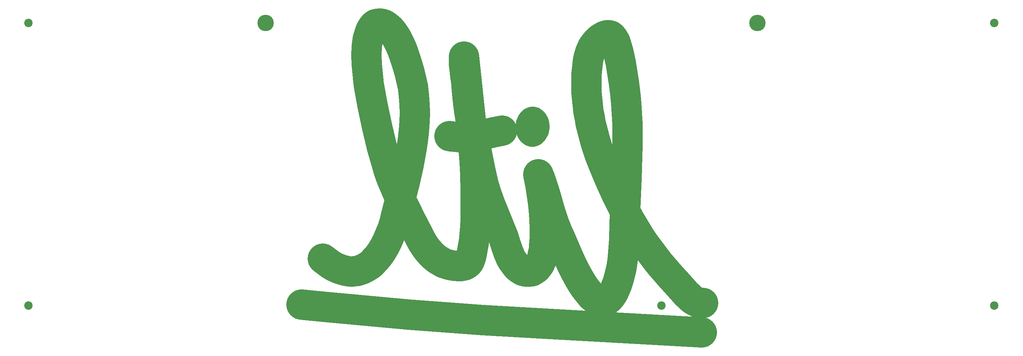
<source format=gbs>
%TF.GenerationSoftware,KiCad,Pcbnew,(6.0.0-0)*%
%TF.CreationDate,2022-04-10T20:25:54+02:00*%
%TF.ProjectId,litl_base,6c69746c-5f62-4617-9365-2e6b69636164,rev?*%
%TF.SameCoordinates,Original*%
%TF.FileFunction,Soldermask,Bot*%
%TF.FilePolarity,Negative*%
%FSLAX46Y46*%
G04 Gerber Fmt 4.6, Leading zero omitted, Abs format (unit mm)*
G04 Created by KiCad (PCBNEW (6.0.0-0)) date 2022-04-10 20:25:54*
%MOMM*%
%LPD*%
G01*
G04 APERTURE LIST*
%ADD10C,7.937499*%
%ADD11C,3.439614*%
%ADD12C,2.200000*%
%ADD13C,4.300000*%
G04 APERTURE END LIST*
D10*
X102351661Y-138910054D02*
X95398055Y-138203269D01*
X109677116Y-139587173D02*
X102351661Y-138910054D01*
X123522200Y-140779777D02*
X109677116Y-139587173D01*
X123522200Y-140779777D02*
X123522200Y-140779777D01*
X142875227Y-142226076D02*
X123522200Y-140779777D01*
X162203324Y-143386153D02*
X142875227Y-142226076D01*
X200282591Y-145470039D02*
X162203324Y-143386153D01*
X134360447Y-94119343D02*
X134141249Y-94080024D01*
X134585776Y-94153883D02*
X134360447Y-94119343D01*
X135050848Y-94209972D02*
X134585776Y-94153883D01*
X135528507Y-94250986D02*
X135050848Y-94209972D01*
X136010799Y-94279619D02*
X135528507Y-94250986D01*
X136489767Y-94298566D02*
X136010799Y-94279619D01*
X136957454Y-94310521D02*
X136489767Y-94298566D01*
X137827162Y-94324233D02*
X136957454Y-94310521D01*
X137827162Y-94324233D02*
X137827162Y-94324233D01*
X138461662Y-94320434D02*
X137827162Y-94324233D01*
X139097331Y-94291212D02*
X138461662Y-94320434D01*
X139733853Y-94239148D02*
X139097331Y-94291212D01*
X140370908Y-94166823D02*
X139733853Y-94239148D01*
X141008179Y-94076818D02*
X140370908Y-94166823D01*
X141645348Y-93971716D02*
X141008179Y-94076818D01*
X142918105Y-93726540D02*
X141645348Y-93971716D01*
X145448387Y-93168584D02*
X142918105Y-93726540D01*
X146700821Y-92897104D02*
X145448387Y-93168584D01*
X147941390Y-92658157D02*
X146700821Y-92897104D01*
D11*
X155766631Y-95098998D02*
X155627192Y-95089554D01*
X155627192Y-95089554D02*
X155489901Y-95071184D01*
X155489901Y-95071184D02*
X155354918Y-95044113D01*
X155354918Y-95044113D02*
X155222408Y-95008569D01*
X155222408Y-95008569D02*
X155092533Y-94964779D01*
X155092533Y-94964779D02*
X154965456Y-94912968D01*
X154965456Y-94912968D02*
X154841339Y-94853363D01*
X154841339Y-94853363D02*
X154720345Y-94786191D01*
X154720345Y-94786191D02*
X154602637Y-94711679D01*
X154602637Y-94711679D02*
X154488377Y-94630052D01*
X154488377Y-94630052D02*
X154377729Y-94541539D01*
X154377729Y-94541539D02*
X154270855Y-94446364D01*
X154270855Y-94446364D02*
X154167917Y-94344755D01*
X154167917Y-94344755D02*
X154069079Y-94236938D01*
X154069079Y-94236938D02*
X153974503Y-94123140D01*
X153974503Y-94123140D02*
X153884352Y-94003587D01*
X153884352Y-94003587D02*
X153798789Y-93878506D01*
X153798789Y-93878506D02*
X153717976Y-93748124D01*
X153717976Y-93748124D02*
X153642076Y-93612667D01*
X153642076Y-93612667D02*
X153571253Y-93472361D01*
X153571253Y-93472361D02*
X153505667Y-93327434D01*
X153505667Y-93327434D02*
X153445483Y-93178111D01*
X153445483Y-93178111D02*
X153390863Y-93024619D01*
X153390863Y-93024619D02*
X153341970Y-92867186D01*
X153341970Y-92867186D02*
X153298966Y-92706037D01*
X153298966Y-92706037D02*
X153262014Y-92541399D01*
X153262014Y-92541399D02*
X153231277Y-92373498D01*
X153231277Y-92373498D02*
X153206918Y-92202561D01*
X153206918Y-92202561D02*
X153189099Y-92028816D01*
X153189099Y-92028816D02*
X153177984Y-91852487D01*
X153177984Y-91852487D02*
X153173734Y-91673802D01*
X153173734Y-91673802D02*
X153176512Y-91492988D01*
X153176512Y-91492988D02*
X153186352Y-91312420D01*
X153186352Y-91312420D02*
X153203055Y-91134467D01*
X153203055Y-91134467D02*
X153256337Y-90787263D01*
X153256337Y-90787263D02*
X153334933Y-90453094D01*
X153334933Y-90453094D02*
X153437419Y-90133676D01*
X153437419Y-90133676D02*
X153562370Y-89830728D01*
X153562370Y-89830728D02*
X153708359Y-89545967D01*
X153708359Y-89545967D02*
X153873963Y-89281110D01*
X153873963Y-89281110D02*
X154057755Y-89037873D01*
X154057755Y-89037873D02*
X154156027Y-88924900D01*
X154156027Y-88924900D02*
X154258311Y-88817976D01*
X154258311Y-88817976D02*
X154364430Y-88717316D01*
X154364430Y-88717316D02*
X154474205Y-88623134D01*
X154474205Y-88623134D02*
X154587459Y-88535646D01*
X154587459Y-88535646D02*
X154704013Y-88455066D01*
X154704013Y-88455066D02*
X154823689Y-88381609D01*
X154823689Y-88381609D02*
X154946309Y-88315489D01*
X154946309Y-88315489D02*
X155071695Y-88256920D01*
X155071695Y-88256920D02*
X155199668Y-88206119D01*
X155199668Y-88206119D02*
X155330050Y-88163299D01*
X155330050Y-88163299D02*
X155462664Y-88128674D01*
X155462664Y-88128674D02*
X155597331Y-88102461D01*
X155597331Y-88102461D02*
X155733873Y-88084872D01*
X155733873Y-88084872D02*
X155872112Y-88076124D01*
X155872112Y-88076124D02*
X156011870Y-88076431D01*
X156011870Y-88076431D02*
X156151307Y-88085875D01*
X156151307Y-88085875D02*
X156288598Y-88104245D01*
X156288598Y-88104245D02*
X156423579Y-88131316D01*
X156423579Y-88131316D02*
X156556089Y-88166860D01*
X156556089Y-88166860D02*
X156685963Y-88210651D01*
X156685963Y-88210651D02*
X156813041Y-88262462D01*
X156813041Y-88262462D02*
X156937158Y-88322067D01*
X156937158Y-88322067D02*
X157058152Y-88389239D01*
X157058152Y-88389239D02*
X157175860Y-88463752D01*
X157175860Y-88463752D02*
X157290120Y-88545378D01*
X157290120Y-88545378D02*
X157400768Y-88633892D01*
X157400768Y-88633892D02*
X157507643Y-88729068D01*
X157507643Y-88729068D02*
X157610581Y-88830677D01*
X157610581Y-88830677D02*
X157709419Y-88938494D01*
X157709419Y-88938494D02*
X157803995Y-89052293D01*
X157803995Y-89052293D02*
X157894147Y-89171846D01*
X157894147Y-89171846D02*
X157979710Y-89296927D01*
X157979710Y-89296927D02*
X158060523Y-89427309D01*
X158060523Y-89427309D02*
X158136423Y-89562767D01*
X158136423Y-89562767D02*
X158207247Y-89703073D01*
X158207247Y-89703073D02*
X158272833Y-89848001D01*
X158272833Y-89848001D02*
X158333016Y-89997324D01*
X158333016Y-89997324D02*
X158387636Y-90150816D01*
X158387636Y-90150816D02*
X158436529Y-90308249D01*
X158436529Y-90308249D02*
X158479532Y-90469399D01*
X158479532Y-90469399D02*
X158516483Y-90634037D01*
X158516483Y-90634037D02*
X158547219Y-90801938D01*
X158547219Y-90801938D02*
X158571576Y-90972875D01*
X158571576Y-90972875D02*
X158589393Y-91146621D01*
X158589393Y-91146621D02*
X158600507Y-91322949D01*
X158600507Y-91322949D02*
X158604755Y-91501634D01*
X158604755Y-91501634D02*
X158601973Y-91682449D01*
X158601973Y-91682449D02*
X158592135Y-91863017D01*
X158592135Y-91863017D02*
X158575434Y-92040970D01*
X158575434Y-92040970D02*
X158522153Y-92388173D01*
X158522153Y-92388173D02*
X158443558Y-92722342D01*
X158443558Y-92722342D02*
X158341073Y-93041759D01*
X158341073Y-93041759D02*
X158216123Y-93344706D01*
X158216123Y-93344706D02*
X158070134Y-93629467D01*
X158070134Y-93629467D02*
X157904530Y-93894324D01*
X157904530Y-93894324D02*
X157720738Y-94137559D01*
X157720738Y-94137559D02*
X157622466Y-94250532D01*
X157622466Y-94250532D02*
X157520182Y-94357456D01*
X157520182Y-94357456D02*
X157414063Y-94458116D01*
X157414063Y-94458116D02*
X157304288Y-94552297D01*
X157304288Y-94552297D02*
X157191034Y-94639785D01*
X157191034Y-94639785D02*
X157074480Y-94720364D01*
X157074480Y-94720364D02*
X156954805Y-94793822D01*
X156954805Y-94793822D02*
X156832185Y-94859941D01*
X156832185Y-94859941D02*
X156706800Y-94918509D01*
X156706800Y-94918509D02*
X156578827Y-94969311D01*
X156578827Y-94969311D02*
X156448445Y-95012131D01*
X156448445Y-95012131D02*
X156315832Y-95046755D01*
X156315832Y-95046755D02*
X156181166Y-95072968D01*
X156181166Y-95072968D02*
X156044625Y-95090556D01*
X156044625Y-95090556D02*
X155906387Y-95099305D01*
X155906387Y-95099305D02*
X155766631Y-95098998D01*
X155766631Y-95098998D02*
X155766631Y-95098998D01*
G36*
X156011870Y-88076431D02*
G01*
X156151307Y-88085875D01*
X156288598Y-88104245D01*
X156423579Y-88131316D01*
X156556089Y-88166860D01*
X156685963Y-88210651D01*
X156813041Y-88262462D01*
X156937158Y-88322067D01*
X157058152Y-88389239D01*
X157175860Y-88463752D01*
X157290120Y-88545378D01*
X157400768Y-88633892D01*
X157507643Y-88729068D01*
X157610581Y-88830677D01*
X157709419Y-88938494D01*
X157803995Y-89052293D01*
X157894147Y-89171846D01*
X157979710Y-89296927D01*
X158060523Y-89427309D01*
X158136423Y-89562767D01*
X158207247Y-89703073D01*
X158272833Y-89848001D01*
X158333016Y-89997324D01*
X158387636Y-90150816D01*
X158436529Y-90308249D01*
X158479532Y-90469399D01*
X158516483Y-90634037D01*
X158547219Y-90801938D01*
X158571576Y-90972875D01*
X158589393Y-91146621D01*
X158600507Y-91322949D01*
X158604755Y-91501634D01*
X158601973Y-91682449D01*
X158592135Y-91863017D01*
X158575434Y-92040970D01*
X158522153Y-92388173D01*
X158443558Y-92722342D01*
X158341073Y-93041759D01*
X158216123Y-93344706D01*
X158070134Y-93629467D01*
X157904530Y-93894324D01*
X157720738Y-94137559D01*
X157622466Y-94250532D01*
X157520182Y-94357456D01*
X157414063Y-94458116D01*
X157304288Y-94552297D01*
X157191034Y-94639785D01*
X157074480Y-94720364D01*
X156954805Y-94793822D01*
X156832185Y-94859941D01*
X156706800Y-94918509D01*
X156578827Y-94969311D01*
X156448445Y-95012131D01*
X156315832Y-95046755D01*
X156181166Y-95072968D01*
X156044625Y-95090556D01*
X155906387Y-95099305D01*
X155766631Y-95098998D01*
X155627192Y-95089554D01*
X155489901Y-95071184D01*
X155354918Y-95044113D01*
X155222408Y-95008569D01*
X155092533Y-94964779D01*
X154965456Y-94912968D01*
X154841339Y-94853363D01*
X154720345Y-94786191D01*
X154602637Y-94711679D01*
X154488377Y-94630052D01*
X154377729Y-94541539D01*
X154270855Y-94446364D01*
X154167917Y-94344755D01*
X154069079Y-94236938D01*
X153974503Y-94123140D01*
X153884352Y-94003587D01*
X153798789Y-93878506D01*
X153717976Y-93748124D01*
X153642076Y-93612667D01*
X153571253Y-93472361D01*
X153505667Y-93327434D01*
X153445483Y-93178111D01*
X153390863Y-93024619D01*
X153341970Y-92867186D01*
X153298966Y-92706037D01*
X153262014Y-92541399D01*
X153231277Y-92373498D01*
X153206918Y-92202561D01*
X153189099Y-92028816D01*
X153177984Y-91852487D01*
X153173734Y-91673802D01*
X153176512Y-91492988D01*
X153186352Y-91312420D01*
X153203055Y-91134467D01*
X153256337Y-90787263D01*
X153334933Y-90453094D01*
X153437419Y-90133676D01*
X153562370Y-89830728D01*
X153708359Y-89545967D01*
X153873963Y-89281110D01*
X154057755Y-89037873D01*
X154156027Y-88924900D01*
X154258311Y-88817976D01*
X154364430Y-88717316D01*
X154474205Y-88623134D01*
X154587459Y-88535646D01*
X154704013Y-88455066D01*
X154823689Y-88381609D01*
X154946309Y-88315489D01*
X155071695Y-88256920D01*
X155199668Y-88206119D01*
X155330050Y-88163299D01*
X155462664Y-88128674D01*
X155597331Y-88102461D01*
X155733873Y-88084872D01*
X155872112Y-88076124D01*
X156011870Y-88076431D01*
G37*
X156011870Y-88076431D02*
X156151307Y-88085875D01*
X156288598Y-88104245D01*
X156423579Y-88131316D01*
X156556089Y-88166860D01*
X156685963Y-88210651D01*
X156813041Y-88262462D01*
X156937158Y-88322067D01*
X157058152Y-88389239D01*
X157175860Y-88463752D01*
X157290120Y-88545378D01*
X157400768Y-88633892D01*
X157507643Y-88729068D01*
X157610581Y-88830677D01*
X157709419Y-88938494D01*
X157803995Y-89052293D01*
X157894147Y-89171846D01*
X157979710Y-89296927D01*
X158060523Y-89427309D01*
X158136423Y-89562767D01*
X158207247Y-89703073D01*
X158272833Y-89848001D01*
X158333016Y-89997324D01*
X158387636Y-90150816D01*
X158436529Y-90308249D01*
X158479532Y-90469399D01*
X158516483Y-90634037D01*
X158547219Y-90801938D01*
X158571576Y-90972875D01*
X158589393Y-91146621D01*
X158600507Y-91322949D01*
X158604755Y-91501634D01*
X158601973Y-91682449D01*
X158592135Y-91863017D01*
X158575434Y-92040970D01*
X158522153Y-92388173D01*
X158443558Y-92722342D01*
X158341073Y-93041759D01*
X158216123Y-93344706D01*
X158070134Y-93629467D01*
X157904530Y-93894324D01*
X157720738Y-94137559D01*
X157622466Y-94250532D01*
X157520182Y-94357456D01*
X157414063Y-94458116D01*
X157304288Y-94552297D01*
X157191034Y-94639785D01*
X157074480Y-94720364D01*
X156954805Y-94793822D01*
X156832185Y-94859941D01*
X156706800Y-94918509D01*
X156578827Y-94969311D01*
X156448445Y-95012131D01*
X156315832Y-95046755D01*
X156181166Y-95072968D01*
X156044625Y-95090556D01*
X155906387Y-95099305D01*
X155766631Y-95098998D01*
X155627192Y-95089554D01*
X155489901Y-95071184D01*
X155354918Y-95044113D01*
X155222408Y-95008569D01*
X155092533Y-94964779D01*
X154965456Y-94912968D01*
X154841339Y-94853363D01*
X154720345Y-94786191D01*
X154602637Y-94711679D01*
X154488377Y-94630052D01*
X154377729Y-94541539D01*
X154270855Y-94446364D01*
X154167917Y-94344755D01*
X154069079Y-94236938D01*
X153974503Y-94123140D01*
X153884352Y-94003587D01*
X153798789Y-93878506D01*
X153717976Y-93748124D01*
X153642076Y-93612667D01*
X153571253Y-93472361D01*
X153505667Y-93327434D01*
X153445483Y-93178111D01*
X153390863Y-93024619D01*
X153341970Y-92867186D01*
X153298966Y-92706037D01*
X153262014Y-92541399D01*
X153231277Y-92373498D01*
X153206918Y-92202561D01*
X153189099Y-92028816D01*
X153177984Y-91852487D01*
X153173734Y-91673802D01*
X153176512Y-91492988D01*
X153186352Y-91312420D01*
X153203055Y-91134467D01*
X153256337Y-90787263D01*
X153334933Y-90453094D01*
X153437419Y-90133676D01*
X153562370Y-89830728D01*
X153708359Y-89545967D01*
X153873963Y-89281110D01*
X154057755Y-89037873D01*
X154156027Y-88924900D01*
X154258311Y-88817976D01*
X154364430Y-88717316D01*
X154474205Y-88623134D01*
X154587459Y-88535646D01*
X154704013Y-88455066D01*
X154823689Y-88381609D01*
X154946309Y-88315489D01*
X155071695Y-88256920D01*
X155199668Y-88206119D01*
X155330050Y-88163299D01*
X155462664Y-88128674D01*
X155597331Y-88102461D01*
X155733873Y-88084872D01*
X155872112Y-88076124D01*
X156011870Y-88076431D01*
D10*
X102020579Y-126965079D02*
X100976805Y-126133773D01*
X103033059Y-127670363D02*
X102020579Y-126965079D01*
X104014505Y-128254658D02*
X103033059Y-127670363D01*
X104965177Y-128722999D02*
X104014505Y-128254658D01*
X105885334Y-129080421D02*
X104965177Y-128722999D01*
X106775235Y-129331958D02*
X105885334Y-129080421D01*
X107635141Y-129482644D02*
X106775235Y-129331958D01*
X108465310Y-129537514D02*
X107635141Y-129482644D01*
X109266002Y-129501603D02*
X108465310Y-129537514D01*
X110037477Y-129379944D02*
X109266002Y-129501603D01*
X110779995Y-129177572D02*
X110037477Y-129379944D01*
X111493814Y-128899522D02*
X110779995Y-129177572D01*
X112179194Y-128550827D02*
X111493814Y-128899522D01*
X112836395Y-128136524D02*
X112179194Y-128550827D01*
X113465676Y-127661645D02*
X112836395Y-128136524D01*
X114067298Y-127131225D02*
X113465676Y-127661645D01*
X114641518Y-126550299D02*
X114067298Y-127131225D01*
X115188598Y-125923901D02*
X114641518Y-126550299D01*
X115708795Y-125257066D02*
X115188598Y-125923901D01*
X116202371Y-124554828D02*
X115708795Y-125257066D01*
X117110695Y-123064280D02*
X116202371Y-124554828D01*
X117915644Y-121492534D02*
X117110695Y-123064280D01*
X118619296Y-119879865D02*
X117915644Y-121492534D01*
X119223726Y-118266548D02*
X118619296Y-119879865D01*
X119731010Y-116692859D02*
X119223726Y-118266548D01*
X120143225Y-115199073D02*
X119731010Y-116692859D01*
X120143225Y-115199073D02*
X120143225Y-115199073D01*
X122368417Y-106399438D02*
X120143225Y-115199073D01*
X123395273Y-101848793D02*
X122368417Y-106399438D01*
X123848431Y-99551659D02*
X123395273Y-101848793D01*
X124246614Y-97246040D02*
X123848431Y-99551659D01*
X124578727Y-94936476D02*
X124246614Y-97246040D01*
X124833674Y-92627510D02*
X124578727Y-94936476D01*
X125000358Y-90323684D02*
X124833674Y-92627510D01*
X125067685Y-88029538D02*
X125000358Y-90323684D01*
X125024558Y-85749615D02*
X125067685Y-88029538D01*
X124859881Y-83488456D02*
X125024558Y-85749615D01*
X124562560Y-81250602D02*
X124859881Y-83488456D01*
X124121497Y-79040595D02*
X124562560Y-81250602D01*
X124121497Y-79040595D02*
X124121497Y-79040595D01*
X123674927Y-77268434D02*
X124121497Y-79040595D01*
X123006922Y-74960716D02*
X123674927Y-77268434D01*
X122592113Y-73689483D02*
X123006922Y-74960716D01*
X122124623Y-72384513D02*
X122592113Y-73689483D01*
X121605344Y-71079189D02*
X122124623Y-72384513D01*
X121035170Y-69806897D02*
X121605344Y-71079189D01*
X120414993Y-68601019D02*
X121035170Y-69806897D01*
X120086432Y-68033418D02*
X120414993Y-68601019D01*
X119745705Y-67494940D02*
X120086432Y-68033418D01*
X119392923Y-66989757D02*
X119745705Y-67494940D01*
X119028199Y-66522043D02*
X119392923Y-66989757D01*
X118651643Y-66095971D02*
X119028199Y-66522043D01*
X118263368Y-65715713D02*
X118651643Y-66095971D01*
X117863484Y-65385443D02*
X118263368Y-65715713D01*
X117452104Y-65109333D02*
X117863484Y-65385443D01*
X117029338Y-64891557D02*
X117452104Y-65109333D01*
X116595299Y-64736288D02*
X117029338Y-64891557D01*
X116150099Y-64647699D02*
X116595299Y-64736288D01*
X115693848Y-64629962D02*
X116150099Y-64647699D01*
X115226658Y-64687250D02*
X115693848Y-64629962D01*
X114748641Y-64823737D02*
X115226658Y-64687250D01*
X114748641Y-64823737D02*
X114748641Y-64823737D01*
X114279821Y-65254575D02*
X114748641Y-64823737D01*
X113869577Y-65781665D02*
X114279821Y-65254575D01*
X113515694Y-66400024D02*
X113869577Y-65781665D01*
X113215954Y-67104667D02*
X113515694Y-66400024D01*
X112968141Y-67890611D02*
X113215954Y-67104667D01*
X112770038Y-68752871D02*
X112968141Y-67890611D01*
X112514097Y-70686402D02*
X112770038Y-68752871D01*
X112430398Y-72865386D02*
X112514097Y-70686402D01*
X112501209Y-75249950D02*
X112430398Y-72865386D01*
X112708797Y-77800219D02*
X112501209Y-75249950D01*
X113035430Y-80476319D02*
X112708797Y-77800219D01*
X113463374Y-83238377D02*
X113035430Y-80476319D01*
X113974897Y-86046519D02*
X113463374Y-83238377D01*
X115177749Y-91641558D02*
X113974897Y-86046519D01*
X116502126Y-96942445D02*
X115177749Y-91641558D01*
X117806166Y-101630187D02*
X116502126Y-96942445D01*
X117806166Y-101630187D02*
X117806166Y-101630187D01*
X118182285Y-102854829D02*
X117806166Y-101630187D01*
X118590523Y-104066608D02*
X118182285Y-102854829D01*
X119028216Y-105266518D02*
X118590523Y-104066608D01*
X119492701Y-106455548D02*
X119028216Y-105266518D01*
X120491395Y-108804936D02*
X119492701Y-106455548D01*
X121565296Y-111122706D02*
X120491395Y-108804936D01*
X122693098Y-113416787D02*
X121565296Y-111122706D01*
X123853493Y-115695111D02*
X122693098Y-113416787D01*
X126186835Y-120236213D02*
X123853493Y-115695111D01*
X126186835Y-120236213D02*
X126186835Y-120236213D01*
X126662014Y-121136267D02*
X126186835Y-120236213D01*
X127153380Y-121987062D02*
X126662014Y-121136267D01*
X127662687Y-122787509D02*
X127153380Y-121987062D01*
X128191685Y-123536519D02*
X127662687Y-122787509D01*
X128742127Y-124233004D02*
X128191685Y-123536519D01*
X129315764Y-124875875D02*
X128742127Y-124233004D01*
X129914348Y-125464043D02*
X129315764Y-124875875D01*
X130539631Y-125996419D02*
X129914348Y-125464043D01*
X131193366Y-126471916D02*
X130539631Y-125996419D01*
X131531450Y-126687994D02*
X131193366Y-126471916D01*
X131877303Y-126889443D02*
X131531450Y-126687994D01*
X132231145Y-127076128D02*
X131877303Y-126889443D01*
X132593195Y-127247913D02*
X132231145Y-127076128D01*
X132963671Y-127404661D02*
X132593195Y-127247913D01*
X133342793Y-127546237D02*
X132963671Y-127404661D01*
X133730779Y-127672503D02*
X133342793Y-127546237D01*
X134127849Y-127783325D02*
X133730779Y-127672503D01*
X134534221Y-127878566D02*
X134127849Y-127783325D01*
X134950115Y-127958090D02*
X134534221Y-127878566D01*
X135375750Y-128021761D02*
X134950115Y-127958090D01*
X135811344Y-128069443D02*
X135375750Y-128021761D01*
X136257116Y-128100999D02*
X135811344Y-128069443D01*
X136713286Y-128116294D02*
X136257116Y-128100999D01*
X136713286Y-128116294D02*
X136713286Y-128116294D01*
X136974275Y-128114227D02*
X136713286Y-128116294D01*
X137220374Y-128099933D02*
X136974275Y-128114227D01*
X137452109Y-128073698D02*
X137220374Y-128099933D01*
X137670008Y-128035811D02*
X137452109Y-128073698D01*
X137874598Y-127986556D02*
X137670008Y-128035811D01*
X138066407Y-127926222D02*
X137874598Y-127986556D01*
X138245961Y-127855095D02*
X138066407Y-127926222D01*
X138413787Y-127773463D02*
X138245961Y-127855095D01*
X138570414Y-127681611D02*
X138413787Y-127773463D01*
X138716368Y-127579826D02*
X138570414Y-127681611D01*
X138852176Y-127468397D02*
X138716368Y-127579826D01*
X138978365Y-127347608D02*
X138852176Y-127468397D01*
X139095464Y-127217748D02*
X138978365Y-127347608D01*
X139203998Y-127079104D02*
X139095464Y-127217748D01*
X139304495Y-126931961D02*
X139203998Y-127079104D01*
X139397483Y-126776607D02*
X139304495Y-126931961D01*
X139563037Y-126442413D02*
X139397483Y-126776607D01*
X139704880Y-126078816D02*
X139563037Y-126442413D01*
X139827227Y-125688112D02*
X139704880Y-126078816D01*
X139934297Y-125272595D02*
X139827227Y-125688112D01*
X140030308Y-124834560D02*
X139934297Y-125272595D01*
X140119476Y-124376301D02*
X140030308Y-124834560D01*
X140294158Y-123408294D02*
X140119476Y-124376301D01*
X140294158Y-123408294D02*
X140294158Y-123408294D01*
X140445946Y-122502769D02*
X140294158Y-123408294D01*
X140576745Y-121586816D02*
X140445946Y-122502769D01*
X140781215Y-119728993D02*
X140576745Y-121586816D01*
X140919245Y-117845558D02*
X140781215Y-119728993D01*
X141002513Y-115947247D02*
X140919245Y-117845558D01*
X141042694Y-114044793D02*
X141002513Y-115947247D01*
X141051468Y-112148931D02*
X141042694Y-114044793D01*
X141021498Y-108419921D02*
X141051468Y-112148931D01*
X141021498Y-108419921D02*
X141021498Y-108419921D01*
X140900955Y-104010908D02*
X141021498Y-108419921D01*
X140649837Y-99610494D02*
X140900955Y-104010908D01*
X140296394Y-95216783D02*
X140649837Y-99610494D01*
X139868874Y-90827880D02*
X140296394Y-95216783D01*
X137983016Y-73282462D02*
X139868874Y-90827880D01*
X137983016Y-73282462D02*
X137983016Y-73282462D01*
X137964804Y-73813671D02*
X137983016Y-73282462D01*
X137964957Y-74352859D02*
X137964804Y-73813671D01*
X137981421Y-74898927D02*
X137964957Y-74352859D01*
X138012139Y-75450776D02*
X137981421Y-74898927D01*
X138108118Y-76567420D02*
X138012139Y-75450776D01*
X138236452Y-77693998D02*
X138108118Y-76567420D01*
X138524415Y-79941782D02*
X138236452Y-77693998D01*
X138651160Y-81045403D02*
X138524415Y-79941782D01*
X138744490Y-82123786D02*
X138651160Y-81045403D01*
X138744490Y-82123786D02*
X138744490Y-82123786D01*
X138977087Y-84747073D02*
X138744490Y-82123786D01*
X139311053Y-87389455D02*
X138977087Y-84747073D01*
X139725424Y-90043143D02*
X139311053Y-87389455D01*
X140199233Y-92700342D02*
X139725424Y-90043143D01*
X142269530Y-103208434D02*
X140199233Y-92700342D01*
X142269530Y-103208434D02*
X142269530Y-103208434D01*
X142503718Y-104362539D02*
X142269530Y-103208434D01*
X142768168Y-105495881D02*
X142503718Y-104362539D01*
X143060403Y-106610822D02*
X142768168Y-105495881D01*
X143377948Y-107709724D02*
X143060403Y-106610822D01*
X143718330Y-108794947D02*
X143377948Y-107709724D01*
X144079072Y-109868854D02*
X143718330Y-108794947D01*
X144851737Y-111992164D02*
X144079072Y-109868854D01*
X148261809Y-120505035D02*
X144851737Y-111992164D01*
X148261809Y-120505035D02*
X148261809Y-120505035D01*
X148961459Y-122677285D02*
X148261809Y-120505035D01*
X149214350Y-123419830D02*
X148961459Y-122677285D01*
X149504051Y-124200796D02*
X149214350Y-123419830D01*
X149833371Y-124999495D02*
X149504051Y-124200796D01*
X150205119Y-125795242D02*
X149833371Y-124999495D01*
X150622104Y-126567349D02*
X150205119Y-125795242D01*
X150848439Y-126938074D02*
X150622104Y-126567349D01*
X151087136Y-127295132D02*
X150848439Y-126938074D01*
X151338548Y-127635937D02*
X151087136Y-127295132D01*
X151603024Y-127957903D02*
X151338548Y-127635937D01*
X151880917Y-128258445D02*
X151603024Y-127957903D01*
X152172577Y-128534976D02*
X151880917Y-128258445D01*
X152478356Y-128784912D02*
X152172577Y-128534976D01*
X152798604Y-129005665D02*
X152478356Y-128784912D01*
X153133674Y-129194651D02*
X152798604Y-129005665D01*
X153483915Y-129349283D02*
X153133674Y-129194651D01*
X153849679Y-129466976D02*
X153483915Y-129349283D01*
X154231318Y-129545145D02*
X153849679Y-129466976D01*
X154629183Y-129581202D02*
X154231318Y-129545145D01*
X155043624Y-129572562D02*
X154629183Y-129581202D01*
X155043624Y-129572562D02*
X155043624Y-129572562D01*
X155736921Y-129441670D02*
X155043624Y-129572562D01*
X156354534Y-129166112D02*
X155736921Y-129441670D01*
X156900040Y-128756074D02*
X156354534Y-129166112D01*
X157377017Y-128221740D02*
X156900040Y-128756074D01*
X157789043Y-127573294D02*
X157377017Y-128221740D01*
X158139698Y-126820922D02*
X157789043Y-127573294D01*
X158432558Y-125974807D02*
X158139698Y-126820922D01*
X158671202Y-125045134D02*
X158432558Y-125974807D01*
X158859209Y-124042088D02*
X158671202Y-125045134D01*
X159000156Y-122975853D02*
X158859209Y-124042088D01*
X159155186Y-120694554D02*
X159000156Y-122975853D01*
X159164917Y-118282713D02*
X159155186Y-120694554D01*
X159057974Y-115821807D02*
X159164917Y-118282713D01*
X158862985Y-113393311D02*
X159057974Y-115821807D01*
X158608574Y-111078702D02*
X158862985Y-113393311D01*
X158035990Y-107117046D02*
X158608574Y-111078702D01*
X157569230Y-104588648D02*
X158035990Y-107117046D01*
X157447099Y-104065611D02*
X157569230Y-104588648D01*
X157437300Y-104145316D02*
X157447099Y-104065611D01*
X157437300Y-104145316D02*
X157437300Y-104145316D01*
X157840568Y-105120180D02*
X157437300Y-104145316D01*
X158213983Y-106105471D02*
X157840568Y-105120180D01*
X158562203Y-107099888D02*
X158213983Y-106105471D01*
X158889886Y-108102133D02*
X158562203Y-107099888D01*
X159502270Y-110124902D02*
X158889886Y-108102133D01*
X160088395Y-112163379D02*
X159502270Y-110124902D01*
X160685521Y-114207165D02*
X160088395Y-112163379D01*
X161330909Y-116245860D02*
X160685521Y-114207165D01*
X161683345Y-117260048D02*
X161330909Y-116245860D01*
X162061819Y-118269065D02*
X161683345Y-117260048D01*
X162470988Y-119271608D02*
X162061819Y-118269065D01*
X162915511Y-120266380D02*
X162470988Y-119271608D01*
X162915511Y-120266380D02*
X162915511Y-120266380D01*
X165318814Y-125747439D02*
X162915511Y-120266380D01*
X166180065Y-127590198D02*
X165318814Y-125747439D01*
X167118174Y-129471260D02*
X166180065Y-127590198D01*
X168119485Y-131315278D02*
X167118174Y-129471260D01*
X169170342Y-133046907D02*
X168119485Y-131315278D01*
X170257088Y-134590798D02*
X169170342Y-133046907D01*
X170809653Y-135268796D02*
X170257088Y-134590798D01*
X171366068Y-135871604D02*
X170809653Y-135268796D01*
X171924628Y-136389805D02*
X171366068Y-135871604D01*
X172483625Y-136813980D02*
X171924628Y-136389805D01*
X173041353Y-137134710D02*
X172483625Y-136813980D01*
X173596104Y-137342577D02*
X173041353Y-137134710D01*
X174146171Y-137428163D02*
X173596104Y-137342577D01*
X174689847Y-137382050D02*
X174146171Y-137428163D01*
X175225425Y-137194818D02*
X174689847Y-137382050D01*
X175751199Y-136857050D02*
X175225425Y-137194818D01*
X176265461Y-136359328D02*
X175751199Y-136857050D01*
X176766504Y-135692232D02*
X176265461Y-136359328D01*
X177252621Y-134846345D02*
X176766504Y-135692232D01*
X177722106Y-133812247D02*
X177252621Y-134846345D01*
X177722106Y-133812247D02*
X177722106Y-133812247D01*
X178098952Y-132817520D02*
X177722106Y-133812247D01*
X178429634Y-131804528D02*
X178098952Y-132817520D01*
X178717495Y-130775365D02*
X178429634Y-131804528D01*
X178965873Y-129732123D02*
X178717495Y-130775365D01*
X179178109Y-128676896D02*
X178965873Y-129732123D01*
X179357544Y-127611778D02*
X179178109Y-128676896D01*
X179507518Y-126538861D02*
X179357544Y-127611778D01*
X179631371Y-125460239D02*
X179507518Y-126538861D01*
X179814079Y-123294251D02*
X179631371Y-125460239D01*
X179932390Y-121130562D02*
X179814079Y-123294251D01*
X180082717Y-116877059D02*
X179932390Y-121130562D01*
X180082717Y-116877059D02*
X180082717Y-116877059D01*
X180570441Y-105241311D02*
X180082717Y-116877059D01*
X180767809Y-99419408D02*
X180570441Y-105241311D01*
X180823604Y-96510130D02*
X180767809Y-99419408D01*
X180838896Y-93602988D02*
X180823604Y-96510130D01*
X180838896Y-93602988D02*
X180838896Y-93602988D01*
X180797409Y-90865207D02*
X180838896Y-93602988D01*
X180686390Y-88159237D02*
X180797409Y-90865207D01*
X180503382Y-85477848D02*
X180686390Y-88159237D01*
X180245926Y-82813810D02*
X180503382Y-85477848D01*
X179911564Y-80159892D02*
X180245926Y-82813810D01*
X179497837Y-77508863D02*
X179911564Y-80159892D01*
X179002286Y-74853494D02*
X179497837Y-77508863D01*
X178422454Y-72186553D02*
X179002286Y-74853494D01*
X178422454Y-72186553D02*
X178422454Y-72186553D01*
X178240845Y-71443284D02*
X178422454Y-72186553D01*
X178052284Y-70754321D02*
X178240845Y-71443284D01*
X177853889Y-70123647D02*
X178052284Y-70754321D01*
X177750104Y-69831413D02*
X177853889Y-70123647D01*
X177642781Y-69555246D02*
X177750104Y-69831413D01*
X177531560Y-69295643D02*
X177642781Y-69555246D01*
X177416081Y-69053102D02*
X177531560Y-69295643D01*
X177295983Y-68828121D02*
X177416081Y-69053102D01*
X177170908Y-68621197D02*
X177295983Y-68828121D01*
X177040495Y-68432830D02*
X177170908Y-68621197D01*
X176904383Y-68263516D02*
X177040495Y-68432830D01*
X176762214Y-68113755D02*
X176904383Y-68263516D01*
X176613627Y-67984042D02*
X176762214Y-68113755D01*
X176458262Y-67874878D02*
X176613627Y-67984042D01*
X176295759Y-67786759D02*
X176458262Y-67874878D01*
X176125759Y-67720183D02*
X176295759Y-67786759D01*
X175947901Y-67675649D02*
X176125759Y-67720183D01*
X175761825Y-67653654D02*
X175947901Y-67675649D01*
X175567171Y-67654697D02*
X175761825Y-67653654D01*
X175363580Y-67679274D02*
X175567171Y-67654697D01*
X175150691Y-67727885D02*
X175363580Y-67679274D01*
X174928144Y-67801027D02*
X175150691Y-67727885D01*
X174695580Y-67899198D02*
X174928144Y-67801027D01*
X174452639Y-68022896D02*
X174695580Y-67899198D01*
X174198960Y-68172618D02*
X174452639Y-68022896D01*
X173934183Y-68348864D02*
X174198960Y-68172618D01*
X173657950Y-68552130D02*
X173934183Y-68348864D01*
X173369899Y-68782915D02*
X173657950Y-68552130D01*
X173069670Y-69041717D02*
X173369899Y-68782915D01*
X173069670Y-69041717D02*
X173069670Y-69041717D01*
X172746728Y-69351030D02*
X173069670Y-69041717D01*
X172450193Y-69678037D02*
X172746728Y-69351030D01*
X172178854Y-70020558D02*
X172450193Y-69678037D01*
X171931500Y-70376410D02*
X172178854Y-70020558D01*
X171706918Y-70743414D02*
X171931500Y-70376410D01*
X171503896Y-71119388D02*
X171706918Y-70743414D01*
X171321222Y-71502151D02*
X171503896Y-71119388D01*
X171157685Y-71889524D02*
X171321222Y-71502151D01*
X171012072Y-72279324D02*
X171157685Y-71889524D01*
X170883172Y-72669371D02*
X171012072Y-72279324D01*
X170769773Y-73057484D02*
X170883172Y-72669371D01*
X170670662Y-73441482D02*
X170769773Y-73057484D01*
X170584628Y-73819184D02*
X170670662Y-73441482D01*
X170510458Y-74188409D02*
X170584628Y-73819184D01*
X170392867Y-74892707D02*
X170510458Y-74188409D01*
X170392867Y-74892707D02*
X170392867Y-74892707D01*
X170207842Y-76391114D02*
X170392867Y-74892707D01*
X170087441Y-77922377D02*
X170207842Y-76391114D01*
X170029576Y-79481890D02*
X170087441Y-77922377D01*
X170032159Y-81065050D02*
X170029576Y-79481890D01*
X170093100Y-82667250D02*
X170032159Y-81065050D01*
X170210313Y-84283886D02*
X170093100Y-82667250D01*
X170381709Y-85910352D02*
X170210313Y-84283886D01*
X170605198Y-87542044D02*
X170381709Y-85910352D01*
X170878695Y-89174355D02*
X170605198Y-87542044D01*
X171200109Y-90802682D02*
X170878695Y-89174355D01*
X171567352Y-92422418D02*
X171200109Y-90802682D01*
X171978338Y-94028958D02*
X171567352Y-92422418D01*
X172430976Y-95617698D02*
X171978338Y-94028958D01*
X172923179Y-97184033D02*
X172430976Y-95617698D01*
X173452859Y-98723356D02*
X172923179Y-97184033D01*
X174017928Y-100231063D02*
X173452859Y-98723356D01*
X174017928Y-100231063D02*
X174017928Y-100231063D01*
X175285785Y-103370974D02*
X174017928Y-100231063D01*
X176653704Y-106536450D02*
X175285785Y-103370974D01*
X178121934Y-109701436D02*
X176653704Y-106536450D01*
X179690722Y-112839878D02*
X178121934Y-109701436D01*
X181360317Y-115925723D02*
X179690722Y-112839878D01*
X182232995Y-117440779D02*
X181360317Y-115925723D01*
X183130967Y-118932915D02*
X182232995Y-117440779D01*
X184054265Y-120398874D02*
X183130967Y-118932915D01*
X185002920Y-121835400D02*
X184054265Y-120398874D01*
X185976962Y-123239235D02*
X185002920Y-121835400D01*
X186976424Y-124607124D02*
X185976962Y-123239235D01*
X186976424Y-124607124D02*
X186976424Y-124607124D01*
X187997701Y-125937813D02*
X186976424Y-124607124D01*
X189050460Y-127253924D02*
X187997701Y-125937813D01*
X190129766Y-128555113D02*
X189050460Y-127253924D01*
X191230687Y-129841042D02*
X190129766Y-128555113D01*
X192348290Y-131111368D02*
X191230687Y-129841042D01*
X193477641Y-132365751D02*
X192348290Y-131111368D01*
X195751860Y-134825324D02*
X193477641Y-132365751D01*
X195751860Y-134825324D02*
X195751860Y-134825324D01*
X196252413Y-135360829D02*
X195751860Y-134825324D01*
X196775235Y-135902464D02*
X196252413Y-135360829D01*
X197046516Y-136167086D02*
X196775235Y-135902464D01*
X197325187Y-136423047D02*
X197046516Y-136167086D01*
X197611854Y-136666949D02*
X197325187Y-136423047D01*
X197907126Y-136895395D02*
X197611854Y-136666949D01*
X198211610Y-137104985D02*
X197907126Y-136895395D01*
X198525913Y-137292323D02*
X198211610Y-137104985D01*
X198686936Y-137376586D02*
X198525913Y-137292323D01*
X198850642Y-137454011D02*
X198686936Y-137376586D01*
X199017106Y-137524174D02*
X198850642Y-137454011D01*
X199186405Y-137586650D02*
X199017106Y-137524174D01*
X199358614Y-137641015D02*
X199186405Y-137586650D01*
X199533810Y-137686843D02*
X199358614Y-137641015D01*
X199712068Y-137723710D02*
X199533810Y-137686843D01*
X199893463Y-137751192D02*
X199712068Y-137723710D01*
X200078073Y-137768863D02*
X199893463Y-137751192D01*
X200265973Y-137776299D02*
X200078073Y-137768863D01*
X200457238Y-137773074D02*
X200265973Y-137776299D01*
X200651946Y-137758765D02*
X200457238Y-137773074D01*
D12*
%TO.C,REF\u002A\u002A*%
X276950000Y-64462500D03*
%TD*%
D13*
%TO.C,REF\u002A\u002A*%
X85950000Y-64462500D03*
%TD*%
D12*
%TO.C,REF\u002A\u002A*%
X276950000Y-138475000D03*
%TD*%
D13*
%TO.C,REF\u002A\u002A*%
X214875000Y-64462500D03*
%TD*%
D12*
%TO.C,REF\u002A\u002A*%
X23875000Y-138475000D03*
%TD*%
%TO.C,REF\u002A\u002A*%
X189720800Y-138475000D03*
%TD*%
%TO.C,REF\u002A\u002A*%
X23875000Y-64462500D03*
%TD*%
%TO.C,REF\u002A\u002A*%
X107854100Y-138475000D03*
%TD*%
M02*

</source>
